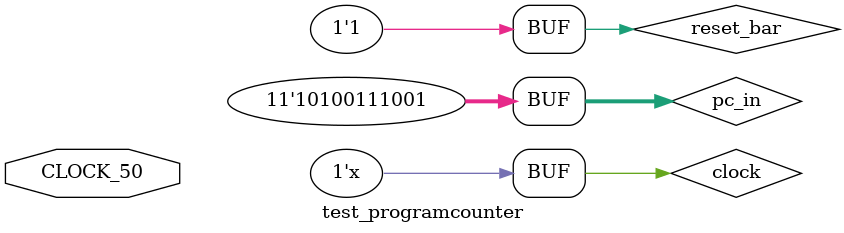
<source format=sv>

`default_nettype none

module test_programcounter(input var logic CLOCK_50);

logic [10:0] pc_in;
logic [10:0] pc_out;
logic clock, reset_bar;

Program_Counter program_counter(pc_in, pc_out, clock, reset_bar);

always #10 clock = ~clock;

initial begin
  clock = 1'b0;
  reset_bar = 1'b0;
  pc_in = 11'd1337;
  #100 reset_bar = 1'b1;  // release from reset
  #100 reset_bar = 1'b0;  // reset
  #100 reset_bar = 1'b1;  // run

end
endmodule

</source>
